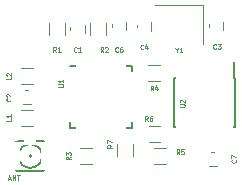
<source format=gto>
G04 #@! TF.GenerationSoftware,KiCad,Pcbnew,(2017-11-08 revision cd21218)-HEAD*
G04 #@! TF.CreationDate,2018-02-15T18:50:46+02:00*
G04 #@! TF.ProjectId,rfm69w_adapter,72666D3639775F616461707465722E6B,rev?*
G04 #@! TF.SameCoordinates,Original*
G04 #@! TF.FileFunction,Legend,Top*
G04 #@! TF.FilePolarity,Positive*
%FSLAX46Y46*%
G04 Gerber Fmt 4.6, Leading zero omitted, Abs format (unit mm)*
G04 Created by KiCad (PCBNEW (2017-11-08 revision cd21218)-HEAD) date Thu Feb 15 18:50:46 2018*
%MOMM*%
%LPD*%
G01*
G04 APERTURE LIST*
%ADD10C,0.120000*%
%ADD11C,0.150000*%
%ADD12C,0.100000*%
%ADD13R,1.800000X1.600000*%
%ADD14R,1.600000X1.600000*%
%ADD15R,1.150000X1.200000*%
%ADD16R,1.200000X1.150000*%
%ADD17R,0.900000X1.300000*%
%ADD18R,1.300000X0.900000*%
%ADD19R,1.100000X0.650000*%
%ADD20R,0.650000X1.100000*%
%ADD21R,2.125000X2.125000*%
%ADD22R,1.000000X1.950000*%
%ADD23R,1.190000X2.340000*%
%ADD24R,1.140000X1.190000*%
G04 APERTURE END LIST*
D10*
X129600000Y-64450000D02*
X125600000Y-64450000D01*
X129600000Y-67750000D02*
X129600000Y-64450000D01*
X131350000Y-65900000D02*
X131350000Y-66600000D01*
X130150000Y-66600000D02*
X130150000Y-65900000D01*
X114400000Y-71650000D02*
X115100000Y-71650000D01*
X115100000Y-72850000D02*
X114400000Y-72850000D01*
X114250000Y-73320000D02*
X115250000Y-73320000D01*
X115250000Y-74680000D02*
X114250000Y-74680000D01*
X115250000Y-71180000D02*
X114250000Y-71180000D01*
X114250000Y-69820000D02*
X115250000Y-69820000D01*
X130150000Y-76900000D02*
X130850000Y-76900000D01*
X130850000Y-78100000D02*
X130150000Y-78100000D01*
X125500000Y-76570000D02*
X126500000Y-76570000D01*
X126500000Y-77930000D02*
X125500000Y-77930000D01*
X120250000Y-77930000D02*
X119250000Y-77930000D01*
X119250000Y-76570000D02*
X120250000Y-76570000D01*
X124037800Y-66644000D02*
X124037800Y-65944000D01*
X125237800Y-65944000D02*
X125237800Y-66644000D01*
X123100000Y-65900000D02*
X123100000Y-66600000D01*
X121900000Y-66600000D02*
X121900000Y-65900000D01*
X121430000Y-66000000D02*
X121430000Y-67000000D01*
X120070000Y-67000000D02*
X120070000Y-66000000D01*
X119600000Y-66150000D02*
X119600000Y-66850000D01*
X118400000Y-66850000D02*
X118400000Y-66150000D01*
X117930000Y-66000000D02*
X117930000Y-67000000D01*
X116570000Y-67000000D02*
X116570000Y-66000000D01*
X126000000Y-70930000D02*
X125000000Y-70930000D01*
X125000000Y-69570000D02*
X126000000Y-69570000D01*
X126030000Y-76030000D02*
X125030000Y-76030000D01*
X125030000Y-74670000D02*
X126030000Y-74670000D01*
D11*
X123625000Y-69625000D02*
X123625000Y-70150000D01*
X118375000Y-74875000D02*
X118375000Y-74350000D01*
X123625000Y-74875000D02*
X123625000Y-74350000D01*
X118375000Y-69625000D02*
X118900000Y-69625000D01*
X118375000Y-74875000D02*
X118900000Y-74875000D01*
X123625000Y-74875000D02*
X123100000Y-74875000D01*
X123625000Y-69625000D02*
X123100000Y-69625000D01*
X132325000Y-70675000D02*
X132275000Y-70675000D01*
X132325000Y-74825000D02*
X132180000Y-74825000D01*
X127175000Y-74825000D02*
X127320000Y-74825000D01*
X127175000Y-70675000D02*
X127320000Y-70675000D01*
X132325000Y-70675000D02*
X132325000Y-74825000D01*
X127175000Y-70675000D02*
X127175000Y-74825000D01*
X132275000Y-70675000D02*
X132275000Y-69275000D01*
X115100000Y-77250000D02*
G75*
G03X115100000Y-77250000I-100000J0D01*
G01*
X116000000Y-77250000D02*
G75*
G03X116000000Y-77250000I-1000000J0D01*
G01*
X116300000Y-76250000D02*
X116300000Y-78250000D01*
X114000000Y-75950000D02*
X116000000Y-75950000D01*
X113700000Y-78250000D02*
X113700000Y-76250000D01*
X116000000Y-78550000D02*
X114000000Y-78550000D01*
X116300000Y-76250000D02*
G75*
G03X116000000Y-75950000I-300000J0D01*
G01*
X114000000Y-75950000D02*
G75*
G03X113700000Y-76250000I0J-300000D01*
G01*
X113700000Y-78250000D02*
G75*
G03X114000000Y-78550000I300000J0D01*
G01*
X116000000Y-78550000D02*
G75*
G03X116300000Y-78250000I0J300000D01*
G01*
D10*
X123680000Y-76250000D02*
X123680000Y-77250000D01*
X122320000Y-77250000D02*
X122320000Y-76250000D01*
D12*
X127409523Y-68290476D02*
X127409523Y-68480952D01*
X127276190Y-68080952D02*
X127409523Y-68290476D01*
X127542857Y-68080952D01*
X127885714Y-68480952D02*
X127657142Y-68480952D01*
X127771428Y-68480952D02*
X127771428Y-68080952D01*
X127733333Y-68138095D01*
X127695238Y-68176190D01*
X127657142Y-68195238D01*
X130733333Y-68142857D02*
X130714285Y-68161904D01*
X130657142Y-68180952D01*
X130619047Y-68180952D01*
X130561904Y-68161904D01*
X130523809Y-68123809D01*
X130504761Y-68085714D01*
X130485714Y-68009523D01*
X130485714Y-67952380D01*
X130504761Y-67876190D01*
X130523809Y-67838095D01*
X130561904Y-67800000D01*
X130619047Y-67780952D01*
X130657142Y-67780952D01*
X130714285Y-67800000D01*
X130733333Y-67819047D01*
X130866666Y-67780952D02*
X131114285Y-67780952D01*
X130980952Y-67933333D01*
X131038095Y-67933333D01*
X131076190Y-67952380D01*
X131095238Y-67971428D01*
X131114285Y-68009523D01*
X131114285Y-68104761D01*
X131095238Y-68142857D01*
X131076190Y-68161904D01*
X131038095Y-68180952D01*
X130923809Y-68180952D01*
X130885714Y-68161904D01*
X130866666Y-68142857D01*
X113342857Y-72366666D02*
X113361904Y-72385714D01*
X113380952Y-72442857D01*
X113380952Y-72480952D01*
X113361904Y-72538095D01*
X113323809Y-72576190D01*
X113285714Y-72595238D01*
X113209523Y-72614285D01*
X113152380Y-72614285D01*
X113076190Y-72595238D01*
X113038095Y-72576190D01*
X113000000Y-72538095D01*
X112980952Y-72480952D01*
X112980952Y-72442857D01*
X113000000Y-72385714D01*
X113019047Y-72366666D01*
X113019047Y-72214285D02*
X113000000Y-72195238D01*
X112980952Y-72157142D01*
X112980952Y-72061904D01*
X113000000Y-72023809D01*
X113019047Y-72004761D01*
X113057142Y-71985714D01*
X113095238Y-71985714D01*
X113152380Y-72004761D01*
X113380952Y-72233333D01*
X113380952Y-71985714D01*
X113380952Y-74066666D02*
X113380952Y-74257142D01*
X112980952Y-74257142D01*
X113380952Y-73723809D02*
X113380952Y-73952380D01*
X113380952Y-73838095D02*
X112980952Y-73838095D01*
X113038095Y-73876190D01*
X113076190Y-73914285D01*
X113095238Y-73952380D01*
X113380952Y-70566666D02*
X113380952Y-70757142D01*
X112980952Y-70757142D01*
X113019047Y-70452380D02*
X113000000Y-70433333D01*
X112980952Y-70395238D01*
X112980952Y-70300000D01*
X113000000Y-70261904D01*
X113019047Y-70242857D01*
X113057142Y-70223809D01*
X113095238Y-70223809D01*
X113152380Y-70242857D01*
X113380952Y-70471428D01*
X113380952Y-70223809D01*
X132392857Y-77566666D02*
X132411904Y-77585714D01*
X132430952Y-77642857D01*
X132430952Y-77680952D01*
X132411904Y-77738095D01*
X132373809Y-77776190D01*
X132335714Y-77795238D01*
X132259523Y-77814285D01*
X132202380Y-77814285D01*
X132126190Y-77795238D01*
X132088095Y-77776190D01*
X132050000Y-77738095D01*
X132030952Y-77680952D01*
X132030952Y-77642857D01*
X132050000Y-77585714D01*
X132069047Y-77566666D01*
X132030952Y-77433333D02*
X132030952Y-77166666D01*
X132430952Y-77338095D01*
X127633333Y-77080952D02*
X127500000Y-76890476D01*
X127404761Y-77080952D02*
X127404761Y-76680952D01*
X127557142Y-76680952D01*
X127595238Y-76700000D01*
X127614285Y-76719047D01*
X127633333Y-76757142D01*
X127633333Y-76814285D01*
X127614285Y-76852380D01*
X127595238Y-76871428D01*
X127557142Y-76890476D01*
X127404761Y-76890476D01*
X127995238Y-76680952D02*
X127804761Y-76680952D01*
X127785714Y-76871428D01*
X127804761Y-76852380D01*
X127842857Y-76833333D01*
X127938095Y-76833333D01*
X127976190Y-76852380D01*
X127995238Y-76871428D01*
X128014285Y-76909523D01*
X128014285Y-77004761D01*
X127995238Y-77042857D01*
X127976190Y-77061904D01*
X127938095Y-77080952D01*
X127842857Y-77080952D01*
X127804761Y-77061904D01*
X127785714Y-77042857D01*
X118430952Y-77316666D02*
X118240476Y-77450000D01*
X118430952Y-77545238D02*
X118030952Y-77545238D01*
X118030952Y-77392857D01*
X118050000Y-77354761D01*
X118069047Y-77335714D01*
X118107142Y-77316666D01*
X118164285Y-77316666D01*
X118202380Y-77335714D01*
X118221428Y-77354761D01*
X118240476Y-77392857D01*
X118240476Y-77545238D01*
X118030952Y-77183333D02*
X118030952Y-76935714D01*
X118183333Y-77069047D01*
X118183333Y-77011904D01*
X118202380Y-76973809D01*
X118221428Y-76954761D01*
X118259523Y-76935714D01*
X118354761Y-76935714D01*
X118392857Y-76954761D01*
X118411904Y-76973809D01*
X118430952Y-77011904D01*
X118430952Y-77126190D01*
X118411904Y-77164285D01*
X118392857Y-77183333D01*
X124571133Y-68186857D02*
X124552085Y-68205904D01*
X124494942Y-68224952D01*
X124456847Y-68224952D01*
X124399704Y-68205904D01*
X124361609Y-68167809D01*
X124342561Y-68129714D01*
X124323514Y-68053523D01*
X124323514Y-67996380D01*
X124342561Y-67920190D01*
X124361609Y-67882095D01*
X124399704Y-67844000D01*
X124456847Y-67824952D01*
X124494942Y-67824952D01*
X124552085Y-67844000D01*
X124571133Y-67863047D01*
X124913990Y-67958285D02*
X124913990Y-68224952D01*
X124818752Y-67805904D02*
X124723514Y-68091619D01*
X124971133Y-68091619D01*
X122433333Y-68392857D02*
X122414285Y-68411904D01*
X122357142Y-68430952D01*
X122319047Y-68430952D01*
X122261904Y-68411904D01*
X122223809Y-68373809D01*
X122204761Y-68335714D01*
X122185714Y-68259523D01*
X122185714Y-68202380D01*
X122204761Y-68126190D01*
X122223809Y-68088095D01*
X122261904Y-68050000D01*
X122319047Y-68030952D01*
X122357142Y-68030952D01*
X122414285Y-68050000D01*
X122433333Y-68069047D01*
X122776190Y-68030952D02*
X122700000Y-68030952D01*
X122661904Y-68050000D01*
X122642857Y-68069047D01*
X122604761Y-68126190D01*
X122585714Y-68202380D01*
X122585714Y-68354761D01*
X122604761Y-68392857D01*
X122623809Y-68411904D01*
X122661904Y-68430952D01*
X122738095Y-68430952D01*
X122776190Y-68411904D01*
X122795238Y-68392857D01*
X122814285Y-68354761D01*
X122814285Y-68259523D01*
X122795238Y-68221428D01*
X122776190Y-68202380D01*
X122738095Y-68183333D01*
X122661904Y-68183333D01*
X122623809Y-68202380D01*
X122604761Y-68221428D01*
X122585714Y-68259523D01*
X121183333Y-68430952D02*
X121050000Y-68240476D01*
X120954761Y-68430952D02*
X120954761Y-68030952D01*
X121107142Y-68030952D01*
X121145238Y-68050000D01*
X121164285Y-68069047D01*
X121183333Y-68107142D01*
X121183333Y-68164285D01*
X121164285Y-68202380D01*
X121145238Y-68221428D01*
X121107142Y-68240476D01*
X120954761Y-68240476D01*
X121335714Y-68069047D02*
X121354761Y-68050000D01*
X121392857Y-68030952D01*
X121488095Y-68030952D01*
X121526190Y-68050000D01*
X121545238Y-68069047D01*
X121564285Y-68107142D01*
X121564285Y-68145238D01*
X121545238Y-68202380D01*
X121316666Y-68430952D01*
X121564285Y-68430952D01*
X118933333Y-68392857D02*
X118914285Y-68411904D01*
X118857142Y-68430952D01*
X118819047Y-68430952D01*
X118761904Y-68411904D01*
X118723809Y-68373809D01*
X118704761Y-68335714D01*
X118685714Y-68259523D01*
X118685714Y-68202380D01*
X118704761Y-68126190D01*
X118723809Y-68088095D01*
X118761904Y-68050000D01*
X118819047Y-68030952D01*
X118857142Y-68030952D01*
X118914285Y-68050000D01*
X118933333Y-68069047D01*
X119314285Y-68430952D02*
X119085714Y-68430952D01*
X119200000Y-68430952D02*
X119200000Y-68030952D01*
X119161904Y-68088095D01*
X119123809Y-68126190D01*
X119085714Y-68145238D01*
X117183333Y-68430952D02*
X117050000Y-68240476D01*
X116954761Y-68430952D02*
X116954761Y-68030952D01*
X117107142Y-68030952D01*
X117145238Y-68050000D01*
X117164285Y-68069047D01*
X117183333Y-68107142D01*
X117183333Y-68164285D01*
X117164285Y-68202380D01*
X117145238Y-68221428D01*
X117107142Y-68240476D01*
X116954761Y-68240476D01*
X117564285Y-68430952D02*
X117335714Y-68430952D01*
X117450000Y-68430952D02*
X117450000Y-68030952D01*
X117411904Y-68088095D01*
X117373809Y-68126190D01*
X117335714Y-68145238D01*
X125433333Y-71680952D02*
X125300000Y-71490476D01*
X125204761Y-71680952D02*
X125204761Y-71280952D01*
X125357142Y-71280952D01*
X125395238Y-71300000D01*
X125414285Y-71319047D01*
X125433333Y-71357142D01*
X125433333Y-71414285D01*
X125414285Y-71452380D01*
X125395238Y-71471428D01*
X125357142Y-71490476D01*
X125204761Y-71490476D01*
X125776190Y-71414285D02*
X125776190Y-71680952D01*
X125680952Y-71261904D02*
X125585714Y-71547619D01*
X125833333Y-71547619D01*
X124963333Y-74280952D02*
X124830000Y-74090476D01*
X124734761Y-74280952D02*
X124734761Y-73880952D01*
X124887142Y-73880952D01*
X124925238Y-73900000D01*
X124944285Y-73919047D01*
X124963333Y-73957142D01*
X124963333Y-74014285D01*
X124944285Y-74052380D01*
X124925238Y-74071428D01*
X124887142Y-74090476D01*
X124734761Y-74090476D01*
X125306190Y-73880952D02*
X125230000Y-73880952D01*
X125191904Y-73900000D01*
X125172857Y-73919047D01*
X125134761Y-73976190D01*
X125115714Y-74052380D01*
X125115714Y-74204761D01*
X125134761Y-74242857D01*
X125153809Y-74261904D01*
X125191904Y-74280952D01*
X125268095Y-74280952D01*
X125306190Y-74261904D01*
X125325238Y-74242857D01*
X125344285Y-74204761D01*
X125344285Y-74109523D01*
X125325238Y-74071428D01*
X125306190Y-74052380D01*
X125268095Y-74033333D01*
X125191904Y-74033333D01*
X125153809Y-74052380D01*
X125134761Y-74071428D01*
X125115714Y-74109523D01*
X117380952Y-71404761D02*
X117704761Y-71404761D01*
X117742857Y-71385714D01*
X117761904Y-71366666D01*
X117780952Y-71328571D01*
X117780952Y-71252380D01*
X117761904Y-71214285D01*
X117742857Y-71195238D01*
X117704761Y-71176190D01*
X117380952Y-71176190D01*
X117780952Y-70776190D02*
X117780952Y-71004761D01*
X117780952Y-70890476D02*
X117380952Y-70890476D01*
X117438095Y-70928571D01*
X117476190Y-70966666D01*
X117495238Y-71004761D01*
X127680952Y-73104761D02*
X128004761Y-73104761D01*
X128042857Y-73085714D01*
X128061904Y-73066666D01*
X128080952Y-73028571D01*
X128080952Y-72952380D01*
X128061904Y-72914285D01*
X128042857Y-72895238D01*
X128004761Y-72876190D01*
X127680952Y-72876190D01*
X127719047Y-72704761D02*
X127700000Y-72685714D01*
X127680952Y-72647619D01*
X127680952Y-72552380D01*
X127700000Y-72514285D01*
X127719047Y-72495238D01*
X127757142Y-72476190D01*
X127795238Y-72476190D01*
X127852380Y-72495238D01*
X128080952Y-72723809D01*
X128080952Y-72476190D01*
X113142857Y-79166666D02*
X113333333Y-79166666D01*
X113104761Y-79280952D02*
X113238095Y-78880952D01*
X113371428Y-79280952D01*
X113504761Y-79280952D02*
X113504761Y-78880952D01*
X113733333Y-79280952D01*
X113733333Y-78880952D01*
X113866666Y-78880952D02*
X114095238Y-78880952D01*
X113980952Y-79280952D02*
X113980952Y-78880952D01*
X121930952Y-76316666D02*
X121740476Y-76450000D01*
X121930952Y-76545238D02*
X121530952Y-76545238D01*
X121530952Y-76392857D01*
X121550000Y-76354761D01*
X121569047Y-76335714D01*
X121607142Y-76316666D01*
X121664285Y-76316666D01*
X121702380Y-76335714D01*
X121721428Y-76354761D01*
X121740476Y-76392857D01*
X121740476Y-76545238D01*
X121530952Y-76183333D02*
X121530952Y-75916666D01*
X121930952Y-76088095D01*
%LPC*%
D13*
X128600000Y-67100000D03*
X126400000Y-67100000D03*
X126400000Y-65400000D03*
X128600000Y-65400000D03*
D14*
X131750000Y-79500000D03*
X129750000Y-79500000D03*
X127750000Y-79500000D03*
X125750000Y-79500000D03*
X123750000Y-79500000D03*
X121750000Y-79500000D03*
X119750000Y-79500000D03*
X117750000Y-79500000D03*
X131750000Y-63500000D03*
X129750000Y-63500000D03*
X127750000Y-63500000D03*
X125750000Y-63500000D03*
X123750000Y-63500000D03*
X119750000Y-63500000D03*
X121750000Y-63500000D03*
X117750000Y-63500000D03*
D15*
X130750000Y-65500000D03*
X130750000Y-67000000D03*
D16*
X114000000Y-72250000D03*
X115500000Y-72250000D03*
D17*
X115500000Y-74000000D03*
X114000000Y-74000000D03*
X114000000Y-70500000D03*
X115500000Y-70500000D03*
D16*
X129750000Y-77500000D03*
X131250000Y-77500000D03*
D17*
X126750000Y-77250000D03*
X125250000Y-77250000D03*
X119000000Y-77250000D03*
X120500000Y-77250000D03*
D15*
X124637800Y-67044000D03*
X124637800Y-65544000D03*
X122500000Y-65500000D03*
X122500000Y-67000000D03*
D18*
X120750000Y-67250000D03*
X120750000Y-65750000D03*
D15*
X119000000Y-65750000D03*
X119000000Y-67250000D03*
D18*
X117250000Y-67250000D03*
X117250000Y-65750000D03*
D17*
X124750000Y-70250000D03*
X126250000Y-70250000D03*
X124780000Y-75350000D03*
X126280000Y-75350000D03*
D19*
X118600000Y-70500000D03*
X118600000Y-71000000D03*
X118600000Y-71500000D03*
X118600000Y-72000000D03*
X118600000Y-72500000D03*
X118600000Y-73000000D03*
X118600000Y-73500000D03*
X118600000Y-74000000D03*
D20*
X119250000Y-74650000D03*
X119750000Y-74650000D03*
X120250000Y-74650000D03*
X120750000Y-74650000D03*
X121250000Y-74650000D03*
X121750000Y-74650000D03*
X122250000Y-74650000D03*
X122750000Y-74650000D03*
D19*
X123400000Y-74000000D03*
X123400000Y-73500000D03*
X123400000Y-73000000D03*
X123400000Y-72500000D03*
X123400000Y-72000000D03*
X123400000Y-71500000D03*
X123400000Y-71000000D03*
X123400000Y-70500000D03*
D20*
X122750000Y-69850000D03*
X122250000Y-69850000D03*
X121750000Y-69850000D03*
X121250000Y-69850000D03*
X120750000Y-69850000D03*
X120250000Y-69850000D03*
X119750000Y-69850000D03*
X119250000Y-69850000D03*
D21*
X121862500Y-73112500D03*
X121862500Y-71387500D03*
X120137500Y-73112500D03*
X120137500Y-71387500D03*
D22*
X131655000Y-70050000D03*
X130385000Y-70050000D03*
X129115000Y-70050000D03*
X127845000Y-70050000D03*
X127845000Y-75450000D03*
X129115000Y-75450000D03*
X130385000Y-75450000D03*
X131655000Y-75450000D03*
D23*
X116475000Y-77250000D03*
X113525000Y-77250000D03*
D24*
X115000000Y-75725000D03*
D18*
X123000000Y-77500000D03*
X123000000Y-76000000D03*
M02*

</source>
